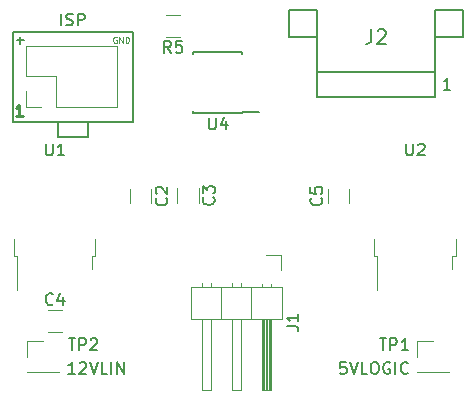
<source format=gbr>
G04 #@! TF.GenerationSoftware,KiCad,Pcbnew,(5.0.1)-rc2*
G04 #@! TF.CreationDate,2018-12-08T16:36:10-05:00*
G04 #@! TF.ProjectId,megadesk,6D6567616465736B2E6B696361645F70,rev?*
G04 #@! TF.SameCoordinates,Original*
G04 #@! TF.FileFunction,Legend,Top*
G04 #@! TF.FilePolarity,Positive*
%FSLAX46Y46*%
G04 Gerber Fmt 4.6, Leading zero omitted, Abs format (unit mm)*
G04 Created by KiCad (PCBNEW (5.0.1)-rc2) date 2018-12-08 4:36:10 PM*
%MOMM*%
%LPD*%
G01*
G04 APERTURE LIST*
%ADD10C,0.100000*%
%ADD11C,0.250000*%
%ADD12C,0.200000*%
%ADD13C,0.150000*%
%ADD14C,0.120000*%
G04 APERTURE END LIST*
D10*
X108919047Y-107550000D02*
X108871428Y-107526190D01*
X108800000Y-107526190D01*
X108728571Y-107550000D01*
X108680952Y-107597619D01*
X108657142Y-107645238D01*
X108633333Y-107740476D01*
X108633333Y-107811904D01*
X108657142Y-107907142D01*
X108680952Y-107954761D01*
X108728571Y-108002380D01*
X108800000Y-108026190D01*
X108847619Y-108026190D01*
X108919047Y-108002380D01*
X108942857Y-107978571D01*
X108942857Y-107811904D01*
X108847619Y-107811904D01*
X109157142Y-108026190D02*
X109157142Y-107526190D01*
X109442857Y-108026190D01*
X109442857Y-107526190D01*
X109680952Y-108026190D02*
X109680952Y-107526190D01*
X109800000Y-107526190D01*
X109871428Y-107550000D01*
X109919047Y-107597619D01*
X109942857Y-107645238D01*
X109966666Y-107740476D01*
X109966666Y-107811904D01*
X109942857Y-107907142D01*
X109919047Y-107954761D01*
X109871428Y-108002380D01*
X109800000Y-108026190D01*
X109680952Y-108026190D01*
D11*
X100985714Y-114252380D02*
X100414285Y-114252380D01*
X100700000Y-114252380D02*
X100700000Y-113252380D01*
X100604761Y-113395238D01*
X100509523Y-113490476D01*
X100414285Y-113538095D01*
D12*
X103920000Y-116015342D02*
X103920000Y-114745342D01*
X106460000Y-116015342D02*
X103920000Y-116015342D01*
X106460000Y-114745342D02*
X106460000Y-116015342D01*
X100110000Y-107125342D02*
X110270000Y-107125342D01*
X100110000Y-114745342D02*
X100110000Y-107125342D01*
X110270000Y-114745342D02*
X100110000Y-114745342D01*
X110270000Y-107125342D02*
X110270000Y-114745342D01*
X100757142Y-108104761D02*
X100757142Y-107495238D01*
X101061904Y-107800000D02*
X100452380Y-107800000D01*
D13*
G04 #@! TO.C,J2*
X135900000Y-112625000D02*
X125900000Y-112625000D01*
X135900000Y-110475000D02*
X125900000Y-110475000D01*
X135900000Y-110475000D02*
X135900000Y-105250000D01*
X125900000Y-110475000D02*
X125900000Y-105250000D01*
X135900000Y-105250000D02*
X138250000Y-105250000D01*
X125900000Y-105250000D02*
X123550000Y-105250000D01*
X138250000Y-105250000D02*
X138250000Y-107500000D01*
X123550000Y-105250000D02*
X123550000Y-107500000D01*
X138250000Y-107500000D02*
X135900000Y-107500000D01*
X123550000Y-107500000D02*
X125900000Y-107500000D01*
X135900000Y-107500000D02*
X135900000Y-112625000D01*
X125900000Y-107500000D02*
X125900000Y-112625000D01*
D14*
G04 #@! TO.C,U2*
X130725000Y-124595000D02*
X130725000Y-126095000D01*
X130725000Y-126095000D02*
X130995000Y-126095000D01*
X130995000Y-126095000D02*
X130995000Y-128925000D01*
X137625000Y-124595000D02*
X137625000Y-126095000D01*
X137625000Y-126095000D02*
X137355000Y-126095000D01*
X137355000Y-126095000D02*
X137355000Y-127195000D01*
G04 #@! TO.C,U1*
X100225000Y-124595000D02*
X100225000Y-126095000D01*
X100225000Y-126095000D02*
X100495000Y-126095000D01*
X100495000Y-126095000D02*
X100495000Y-128925000D01*
X107125000Y-124595000D02*
X107125000Y-126095000D01*
X107125000Y-126095000D02*
X106855000Y-126095000D01*
X106855000Y-126095000D02*
X106855000Y-127195000D01*
G04 #@! TO.C,J1*
X122930000Y-128740000D02*
X115190000Y-128740000D01*
X115190000Y-128740000D02*
X115190000Y-131400000D01*
X115190000Y-131400000D02*
X122930000Y-131400000D01*
X122930000Y-131400000D02*
X122930000Y-128740000D01*
X121980000Y-131400000D02*
X121980000Y-137400000D01*
X121980000Y-137400000D02*
X121220000Y-137400000D01*
X121220000Y-137400000D02*
X121220000Y-131400000D01*
X121920000Y-131400000D02*
X121920000Y-137400000D01*
X121800000Y-131400000D02*
X121800000Y-137400000D01*
X121680000Y-131400000D02*
X121680000Y-137400000D01*
X121560000Y-131400000D02*
X121560000Y-137400000D01*
X121440000Y-131400000D02*
X121440000Y-137400000D01*
X121320000Y-131400000D02*
X121320000Y-137400000D01*
X121980000Y-128410000D02*
X121980000Y-128740000D01*
X121220000Y-128410000D02*
X121220000Y-128740000D01*
X120330000Y-128740000D02*
X120330000Y-131400000D01*
X119440000Y-131400000D02*
X119440000Y-137400000D01*
X119440000Y-137400000D02*
X118680000Y-137400000D01*
X118680000Y-137400000D02*
X118680000Y-131400000D01*
X119440000Y-128342929D02*
X119440000Y-128740000D01*
X118680000Y-128342929D02*
X118680000Y-128740000D01*
X117790000Y-128740000D02*
X117790000Y-131400000D01*
X116900000Y-131400000D02*
X116900000Y-137400000D01*
X116900000Y-137400000D02*
X116140000Y-137400000D01*
X116140000Y-137400000D02*
X116140000Y-131400000D01*
X116900000Y-128342929D02*
X116900000Y-128740000D01*
X116140000Y-128342929D02*
X116140000Y-128740000D01*
X121600000Y-126030000D02*
X122870000Y-126030000D01*
X122870000Y-126030000D02*
X122870000Y-127300000D01*
D13*
G04 #@! TO.C,U4*
X119575000Y-113975000D02*
X119575000Y-113925000D01*
X115425000Y-113975000D02*
X115425000Y-113830000D01*
X115425000Y-108825000D02*
X115425000Y-108970000D01*
X119575000Y-108825000D02*
X119575000Y-108970000D01*
X119575000Y-113975000D02*
X115425000Y-113975000D01*
X119575000Y-108825000D02*
X115425000Y-108825000D01*
X119575000Y-113925000D02*
X120975000Y-113925000D01*
D14*
G04 #@! TO.C,TP2*
X101370000Y-135930000D02*
X104030000Y-135930000D01*
X101370000Y-135870000D02*
X101370000Y-135930000D01*
X104030000Y-135870000D02*
X104030000Y-135930000D01*
X101370000Y-135870000D02*
X104030000Y-135870000D01*
X101370000Y-134600000D02*
X101370000Y-133270000D01*
X101370000Y-133270000D02*
X102700000Y-133270000D01*
G04 #@! TO.C,TP1*
X134370000Y-135930000D02*
X137030000Y-135930000D01*
X134370000Y-135870000D02*
X134370000Y-135930000D01*
X137030000Y-135870000D02*
X137030000Y-135930000D01*
X134370000Y-135870000D02*
X137030000Y-135870000D01*
X134370000Y-134600000D02*
X134370000Y-133270000D01*
X134370000Y-133270000D02*
X135700000Y-133270000D01*
G04 #@! TO.C,CON1*
X108970000Y-113470000D02*
X108970000Y-108270000D01*
X103830000Y-113470000D02*
X108970000Y-113470000D01*
X101230000Y-108270000D02*
X108970000Y-108270000D01*
X103830000Y-113470000D02*
X103830000Y-110870000D01*
X103830000Y-110870000D02*
X101230000Y-110870000D01*
X101230000Y-110870000D02*
X101230000Y-108270000D01*
X102560000Y-113470000D02*
X101230000Y-113470000D01*
X101230000Y-113470000D02*
X101230000Y-112140000D01*
G04 #@! TO.C,C2*
X111860000Y-120397936D02*
X111860000Y-121602064D01*
X110040000Y-120397936D02*
X110040000Y-121602064D01*
G04 #@! TO.C,C3*
X114040000Y-120347936D02*
X114040000Y-121552064D01*
X115860000Y-120347936D02*
X115860000Y-121552064D01*
G04 #@! TO.C,C4*
X103097936Y-132510000D02*
X104302064Y-132510000D01*
X103097936Y-130690000D02*
X104302064Y-130690000D01*
G04 #@! TO.C,C5*
X128610000Y-121602064D02*
X128610000Y-120397936D01*
X126790000Y-121602064D02*
X126790000Y-120397936D01*
G04 #@! TO.C,R5*
X114302064Y-105690000D02*
X113097936Y-105690000D01*
X114302064Y-107510000D02*
X113097936Y-107510000D01*
G04 #@! TO.C,J2*
D13*
X130500000Y-106892857D02*
X130500000Y-107750000D01*
X130442857Y-107921428D01*
X130328571Y-108035714D01*
X130157142Y-108092857D01*
X130042857Y-108092857D01*
X131014285Y-107007142D02*
X131071428Y-106950000D01*
X131185714Y-106892857D01*
X131471428Y-106892857D01*
X131585714Y-106950000D01*
X131642857Y-107007142D01*
X131700000Y-107121428D01*
X131700000Y-107235714D01*
X131642857Y-107407142D01*
X130957142Y-108092857D01*
X131700000Y-108092857D01*
X137185714Y-112002380D02*
X136614285Y-112002380D01*
X136900000Y-112002380D02*
X136900000Y-111002380D01*
X136804761Y-111145238D01*
X136709523Y-111240476D01*
X136614285Y-111288095D01*
G04 #@! TO.C,U2*
X133438095Y-116552380D02*
X133438095Y-117361904D01*
X133485714Y-117457142D01*
X133533333Y-117504761D01*
X133628571Y-117552380D01*
X133819047Y-117552380D01*
X133914285Y-117504761D01*
X133961904Y-117457142D01*
X134009523Y-117361904D01*
X134009523Y-116552380D01*
X134438095Y-116647619D02*
X134485714Y-116600000D01*
X134580952Y-116552380D01*
X134819047Y-116552380D01*
X134914285Y-116600000D01*
X134961904Y-116647619D01*
X135009523Y-116742857D01*
X135009523Y-116838095D01*
X134961904Y-116980952D01*
X134390476Y-117552380D01*
X135009523Y-117552380D01*
G04 #@! TO.C,U1*
X102938095Y-116552380D02*
X102938095Y-117361904D01*
X102985714Y-117457142D01*
X103033333Y-117504761D01*
X103128571Y-117552380D01*
X103319047Y-117552380D01*
X103414285Y-117504761D01*
X103461904Y-117457142D01*
X103509523Y-117361904D01*
X103509523Y-116552380D01*
X104509523Y-117552380D02*
X103938095Y-117552380D01*
X104223809Y-117552380D02*
X104223809Y-116552380D01*
X104128571Y-116695238D01*
X104033333Y-116790476D01*
X103938095Y-116838095D01*
G04 #@! TO.C,J1*
X123322380Y-132018333D02*
X124036666Y-132018333D01*
X124179523Y-132065952D01*
X124274761Y-132161190D01*
X124322380Y-132304047D01*
X124322380Y-132399285D01*
X124322380Y-131018333D02*
X124322380Y-131589761D01*
X124322380Y-131304047D02*
X123322380Y-131304047D01*
X123465238Y-131399285D01*
X123560476Y-131494523D01*
X123608095Y-131589761D01*
G04 #@! TO.C,U4*
X116738095Y-114352380D02*
X116738095Y-115161904D01*
X116785714Y-115257142D01*
X116833333Y-115304761D01*
X116928571Y-115352380D01*
X117119047Y-115352380D01*
X117214285Y-115304761D01*
X117261904Y-115257142D01*
X117309523Y-115161904D01*
X117309523Y-114352380D01*
X118214285Y-114685714D02*
X118214285Y-115352380D01*
X117976190Y-114304761D02*
X117738095Y-115019047D01*
X118357142Y-115019047D01*
G04 #@! TO.C,TP2*
X104863095Y-133052380D02*
X105434523Y-133052380D01*
X105148809Y-134052380D02*
X105148809Y-133052380D01*
X105767857Y-134052380D02*
X105767857Y-133052380D01*
X106148809Y-133052380D01*
X106244047Y-133100000D01*
X106291666Y-133147619D01*
X106339285Y-133242857D01*
X106339285Y-133385714D01*
X106291666Y-133480952D01*
X106244047Y-133528571D01*
X106148809Y-133576190D01*
X105767857Y-133576190D01*
X106720238Y-133147619D02*
X106767857Y-133100000D01*
X106863095Y-133052380D01*
X107101190Y-133052380D01*
X107196428Y-133100000D01*
X107244047Y-133147619D01*
X107291666Y-133242857D01*
X107291666Y-133338095D01*
X107244047Y-133480952D01*
X106672619Y-134052380D01*
X107291666Y-134052380D01*
X105414285Y-136052380D02*
X104842857Y-136052380D01*
X105128571Y-136052380D02*
X105128571Y-135052380D01*
X105033333Y-135195238D01*
X104938095Y-135290476D01*
X104842857Y-135338095D01*
X105795238Y-135147619D02*
X105842857Y-135100000D01*
X105938095Y-135052380D01*
X106176190Y-135052380D01*
X106271428Y-135100000D01*
X106319047Y-135147619D01*
X106366666Y-135242857D01*
X106366666Y-135338095D01*
X106319047Y-135480952D01*
X105747619Y-136052380D01*
X106366666Y-136052380D01*
X106652380Y-135052380D02*
X106985714Y-136052380D01*
X107319047Y-135052380D01*
X108128571Y-136052380D02*
X107652380Y-136052380D01*
X107652380Y-135052380D01*
X108461904Y-136052380D02*
X108461904Y-135052380D01*
X108938095Y-136052380D02*
X108938095Y-135052380D01*
X109509523Y-136052380D01*
X109509523Y-135052380D01*
G04 #@! TO.C,TP1*
X131188095Y-133052380D02*
X131759523Y-133052380D01*
X131473809Y-134052380D02*
X131473809Y-133052380D01*
X132092857Y-134052380D02*
X132092857Y-133052380D01*
X132473809Y-133052380D01*
X132569047Y-133100000D01*
X132616666Y-133147619D01*
X132664285Y-133242857D01*
X132664285Y-133385714D01*
X132616666Y-133480952D01*
X132569047Y-133528571D01*
X132473809Y-133576190D01*
X132092857Y-133576190D01*
X133616666Y-134052380D02*
X133045238Y-134052380D01*
X133330952Y-134052380D02*
X133330952Y-133052380D01*
X133235714Y-133195238D01*
X133140476Y-133290476D01*
X133045238Y-133338095D01*
X128342857Y-135052380D02*
X127866666Y-135052380D01*
X127819047Y-135528571D01*
X127866666Y-135480952D01*
X127961904Y-135433333D01*
X128200000Y-135433333D01*
X128295238Y-135480952D01*
X128342857Y-135528571D01*
X128390476Y-135623809D01*
X128390476Y-135861904D01*
X128342857Y-135957142D01*
X128295238Y-136004761D01*
X128200000Y-136052380D01*
X127961904Y-136052380D01*
X127866666Y-136004761D01*
X127819047Y-135957142D01*
X128676190Y-135052380D02*
X129009523Y-136052380D01*
X129342857Y-135052380D01*
X130152380Y-136052380D02*
X129676190Y-136052380D01*
X129676190Y-135052380D01*
X130676190Y-135052380D02*
X130866666Y-135052380D01*
X130961904Y-135100000D01*
X131057142Y-135195238D01*
X131104761Y-135385714D01*
X131104761Y-135719047D01*
X131057142Y-135909523D01*
X130961904Y-136004761D01*
X130866666Y-136052380D01*
X130676190Y-136052380D01*
X130580952Y-136004761D01*
X130485714Y-135909523D01*
X130438095Y-135719047D01*
X130438095Y-135385714D01*
X130485714Y-135195238D01*
X130580952Y-135100000D01*
X130676190Y-135052380D01*
X132057142Y-135100000D02*
X131961904Y-135052380D01*
X131819047Y-135052380D01*
X131676190Y-135100000D01*
X131580952Y-135195238D01*
X131533333Y-135290476D01*
X131485714Y-135480952D01*
X131485714Y-135623809D01*
X131533333Y-135814285D01*
X131580952Y-135909523D01*
X131676190Y-136004761D01*
X131819047Y-136052380D01*
X131914285Y-136052380D01*
X132057142Y-136004761D01*
X132104761Y-135957142D01*
X132104761Y-135623809D01*
X131914285Y-135623809D01*
X132533333Y-136052380D02*
X132533333Y-135052380D01*
X133580952Y-135957142D02*
X133533333Y-136004761D01*
X133390476Y-136052380D01*
X133295238Y-136052380D01*
X133152380Y-136004761D01*
X133057142Y-135909523D01*
X133009523Y-135814285D01*
X132961904Y-135623809D01*
X132961904Y-135480952D01*
X133009523Y-135290476D01*
X133057142Y-135195238D01*
X133152380Y-135100000D01*
X133295238Y-135052380D01*
X133390476Y-135052380D01*
X133533333Y-135100000D01*
X133580952Y-135147619D01*
G04 #@! TO.C,CON1*
X104223809Y-106552380D02*
X104223809Y-105552380D01*
X104652380Y-106504761D02*
X104795238Y-106552380D01*
X105033333Y-106552380D01*
X105128571Y-106504761D01*
X105176190Y-106457142D01*
X105223809Y-106361904D01*
X105223809Y-106266666D01*
X105176190Y-106171428D01*
X105128571Y-106123809D01*
X105033333Y-106076190D01*
X104842857Y-106028571D01*
X104747619Y-105980952D01*
X104700000Y-105933333D01*
X104652380Y-105838095D01*
X104652380Y-105742857D01*
X104700000Y-105647619D01*
X104747619Y-105600000D01*
X104842857Y-105552380D01*
X105080952Y-105552380D01*
X105223809Y-105600000D01*
X105652380Y-106552380D02*
X105652380Y-105552380D01*
X106033333Y-105552380D01*
X106128571Y-105600000D01*
X106176190Y-105647619D01*
X106223809Y-105742857D01*
X106223809Y-105885714D01*
X106176190Y-105980952D01*
X106128571Y-106028571D01*
X106033333Y-106076190D01*
X105652380Y-106076190D01*
G04 #@! TO.C,C2*
X113127142Y-121166666D02*
X113174761Y-121214285D01*
X113222380Y-121357142D01*
X113222380Y-121452380D01*
X113174761Y-121595238D01*
X113079523Y-121690476D01*
X112984285Y-121738095D01*
X112793809Y-121785714D01*
X112650952Y-121785714D01*
X112460476Y-121738095D01*
X112365238Y-121690476D01*
X112270000Y-121595238D01*
X112222380Y-121452380D01*
X112222380Y-121357142D01*
X112270000Y-121214285D01*
X112317619Y-121166666D01*
X112317619Y-120785714D02*
X112270000Y-120738095D01*
X112222380Y-120642857D01*
X112222380Y-120404761D01*
X112270000Y-120309523D01*
X112317619Y-120261904D01*
X112412857Y-120214285D01*
X112508095Y-120214285D01*
X112650952Y-120261904D01*
X113222380Y-120833333D01*
X113222380Y-120214285D01*
G04 #@! TO.C,C3*
X117127142Y-121116666D02*
X117174761Y-121164285D01*
X117222380Y-121307142D01*
X117222380Y-121402380D01*
X117174761Y-121545238D01*
X117079523Y-121640476D01*
X116984285Y-121688095D01*
X116793809Y-121735714D01*
X116650952Y-121735714D01*
X116460476Y-121688095D01*
X116365238Y-121640476D01*
X116270000Y-121545238D01*
X116222380Y-121402380D01*
X116222380Y-121307142D01*
X116270000Y-121164285D01*
X116317619Y-121116666D01*
X116222380Y-120783333D02*
X116222380Y-120164285D01*
X116603333Y-120497619D01*
X116603333Y-120354761D01*
X116650952Y-120259523D01*
X116698571Y-120211904D01*
X116793809Y-120164285D01*
X117031904Y-120164285D01*
X117127142Y-120211904D01*
X117174761Y-120259523D01*
X117222380Y-120354761D01*
X117222380Y-120640476D01*
X117174761Y-120735714D01*
X117127142Y-120783333D01*
G04 #@! TO.C,C4*
X103533333Y-130137142D02*
X103485714Y-130184761D01*
X103342857Y-130232380D01*
X103247619Y-130232380D01*
X103104761Y-130184761D01*
X103009523Y-130089523D01*
X102961904Y-129994285D01*
X102914285Y-129803809D01*
X102914285Y-129660952D01*
X102961904Y-129470476D01*
X103009523Y-129375238D01*
X103104761Y-129280000D01*
X103247619Y-129232380D01*
X103342857Y-129232380D01*
X103485714Y-129280000D01*
X103533333Y-129327619D01*
X104390476Y-129565714D02*
X104390476Y-130232380D01*
X104152380Y-129184761D02*
X103914285Y-129899047D01*
X104533333Y-129899047D01*
G04 #@! TO.C,C5*
X126237142Y-121166666D02*
X126284761Y-121214285D01*
X126332380Y-121357142D01*
X126332380Y-121452380D01*
X126284761Y-121595238D01*
X126189523Y-121690476D01*
X126094285Y-121738095D01*
X125903809Y-121785714D01*
X125760952Y-121785714D01*
X125570476Y-121738095D01*
X125475238Y-121690476D01*
X125380000Y-121595238D01*
X125332380Y-121452380D01*
X125332380Y-121357142D01*
X125380000Y-121214285D01*
X125427619Y-121166666D01*
X125332380Y-120261904D02*
X125332380Y-120738095D01*
X125808571Y-120785714D01*
X125760952Y-120738095D01*
X125713333Y-120642857D01*
X125713333Y-120404761D01*
X125760952Y-120309523D01*
X125808571Y-120261904D01*
X125903809Y-120214285D01*
X126141904Y-120214285D01*
X126237142Y-120261904D01*
X126284761Y-120309523D01*
X126332380Y-120404761D01*
X126332380Y-120642857D01*
X126284761Y-120738095D01*
X126237142Y-120785714D01*
G04 #@! TO.C,R5*
X113533333Y-108872380D02*
X113200000Y-108396190D01*
X112961904Y-108872380D02*
X112961904Y-107872380D01*
X113342857Y-107872380D01*
X113438095Y-107920000D01*
X113485714Y-107967619D01*
X113533333Y-108062857D01*
X113533333Y-108205714D01*
X113485714Y-108300952D01*
X113438095Y-108348571D01*
X113342857Y-108396190D01*
X112961904Y-108396190D01*
X114438095Y-107872380D02*
X113961904Y-107872380D01*
X113914285Y-108348571D01*
X113961904Y-108300952D01*
X114057142Y-108253333D01*
X114295238Y-108253333D01*
X114390476Y-108300952D01*
X114438095Y-108348571D01*
X114485714Y-108443809D01*
X114485714Y-108681904D01*
X114438095Y-108777142D01*
X114390476Y-108824761D01*
X114295238Y-108872380D01*
X114057142Y-108872380D01*
X113961904Y-108824761D01*
X113914285Y-108777142D01*
G04 #@! TD*
M02*

</source>
